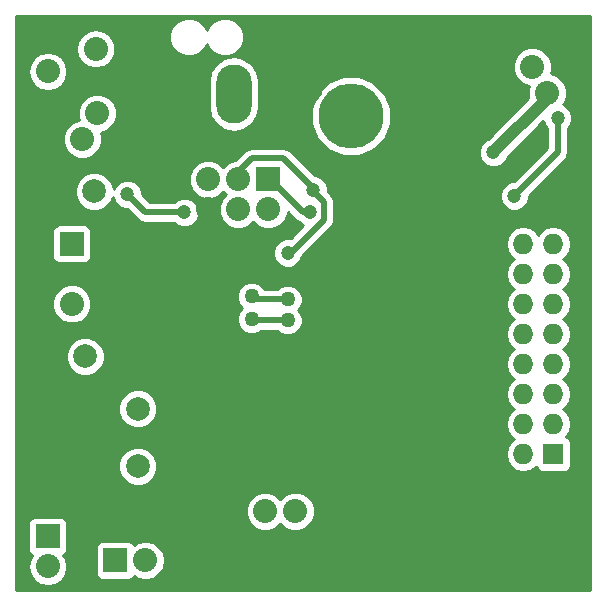
<source format=gbl>
%FSLAX46Y46*%
G04 Gerber Fmt 4.6, Leading zero omitted, Abs format (unit mm)*
G04 Created by KiCad (PCBNEW (2014-jan-25)-product) date Mon 28 Jul 2014 13:43:58 BST*
%MOMM*%
G01*
G04 APERTURE LIST*
%ADD10C,0.100000*%
%ADD11R,2.032000X2.032000*%
%ADD12C,2.032000*%
%ADD13C,2.000000*%
%ADD14C,5.500000*%
%ADD15C,5.000000*%
%ADD16R,3.000000X5.000000*%
%ADD17O,3.000000X5.000000*%
%ADD18O,2.032000X2.032000*%
%ADD19R,1.727200X1.727200*%
%ADD20O,1.727200X1.727200*%
%ADD21C,1.200000*%
%ADD22C,1.500000*%
%ADD23C,1.260000*%
%ADD24C,0.500000*%
%ADD25C,1.000000*%
%ADD26C,0.254000*%
G04 APERTURE END LIST*
D10*
D11*
X122047000Y-114554000D03*
D12*
X122047000Y-117094000D03*
X119507000Y-114554000D03*
X119507000Y-117094000D03*
X116967000Y-114554000D03*
X116967000Y-117094000D03*
X105410000Y-125095000D03*
X105410000Y-122555000D03*
D11*
X105410000Y-120015000D03*
D13*
X110998000Y-133957060D03*
X110998000Y-138838940D03*
D11*
X119244000Y-142644000D03*
D12*
X121784000Y-142644000D03*
X124324000Y-142644000D03*
D10*
G36*
X141732118Y-102428413D02*
X143491882Y-101412413D01*
X144507882Y-103172177D01*
X142748118Y-104188177D01*
X141732118Y-102428413D01*
X141732118Y-102428413D01*
G37*
D12*
X144390000Y-105000000D03*
X145660000Y-107199705D03*
D10*
G36*
X105391882Y-114735587D02*
X103632118Y-113719587D01*
X104648118Y-111959823D01*
X106407882Y-112975823D01*
X105391882Y-114735587D01*
X105391882Y-114735587D01*
G37*
D12*
X106290000Y-111148000D03*
X107560000Y-108948295D03*
D14*
X129032000Y-109197140D03*
D15*
X129032000Y-103197660D03*
X124333000Y-106197400D03*
D16*
X114681000Y-107315000D03*
D17*
X119126000Y-107315000D03*
D11*
X103378000Y-102870000D03*
D18*
X103378000Y-105410000D03*
D11*
X109982000Y-103505000D03*
D18*
X107442000Y-103505000D03*
D11*
X103378000Y-144780000D03*
D18*
X103378000Y-147320000D03*
D11*
X109093000Y-146812000D03*
D18*
X111633000Y-146812000D03*
D19*
X146177000Y-137795000D03*
D20*
X143637000Y-137795000D03*
X146177000Y-135255000D03*
X143637000Y-135255000D03*
X146177000Y-132715000D03*
X143637000Y-132715000D03*
X146177000Y-130175000D03*
X143637000Y-130175000D03*
X146177000Y-127635000D03*
X143637000Y-127635000D03*
X146177000Y-125095000D03*
X143637000Y-125095000D03*
X146177000Y-122555000D03*
X143637000Y-122555000D03*
X146177000Y-120015000D03*
X143637000Y-120015000D03*
D13*
X107315000Y-115570000D03*
X106553000Y-129540000D03*
D21*
X147828000Y-148209000D03*
X148564600Y-140055600D03*
X112649000Y-136906000D03*
D22*
X117729000Y-132334000D03*
X137922000Y-137795000D03*
D21*
X130683000Y-114173000D03*
X130683000Y-124333000D03*
X130810000Y-129413000D03*
X130683000Y-134620000D03*
X130810000Y-139700000D03*
X130556000Y-144780000D03*
D22*
X140081000Y-146939000D03*
X143891000Y-144399000D03*
X139827000Y-142113000D03*
X139700000Y-131826000D03*
X139700000Y-126746000D03*
X139700000Y-121539000D03*
X139827000Y-116459000D03*
D21*
X130937000Y-120015000D03*
D22*
X101981000Y-141986000D03*
X104521000Y-133477000D03*
D23*
X127381000Y-120650000D03*
D22*
X109982000Y-142875000D03*
D21*
X141097000Y-112268000D03*
D23*
X120650000Y-124460000D03*
X123698000Y-124714000D03*
D21*
X125857000Y-115443000D03*
X123698000Y-120777000D03*
X125603000Y-117348000D03*
X146558000Y-109347000D03*
X142875000Y-115951000D03*
D23*
X123698000Y-126492000D03*
X120650000Y-126365000D03*
D21*
X114935000Y-117348000D03*
X110109000Y-115824000D03*
D24*
X147828000Y-148209000D02*
X148183600Y-140436600D01*
X148183600Y-140436600D02*
X148564600Y-140055600D01*
D25*
X141097000Y-112268000D02*
X145660000Y-107705000D01*
X145660000Y-107705000D02*
X145660000Y-107199705D01*
X145660000Y-107578000D02*
X145660000Y-107199705D01*
X145660000Y-107578000D02*
X145660000Y-107199705D01*
X107560000Y-108948295D02*
X107967705Y-108948295D01*
D24*
X120904000Y-124714000D02*
X120650000Y-124460000D01*
X123698000Y-124714000D02*
X120904000Y-124714000D01*
X125857000Y-115316000D02*
X125857000Y-115443000D01*
X123317000Y-112776000D02*
X125857000Y-115316000D01*
X120650000Y-112776000D02*
X123317000Y-112776000D01*
X119507000Y-113919000D02*
X120650000Y-112776000D01*
X119507000Y-114554000D02*
X119507000Y-113919000D01*
X125857000Y-115570000D02*
X126746000Y-116459000D01*
X126746000Y-116459000D02*
X126746000Y-117983000D01*
X126746000Y-117983000D02*
X123952000Y-120777000D01*
X123952000Y-120777000D02*
X123698000Y-120777000D01*
X125857000Y-115443000D02*
X125857000Y-115570000D01*
X124968000Y-117348000D02*
X125603000Y-117348000D01*
X122174000Y-114554000D02*
X124968000Y-117348000D01*
X122047000Y-114554000D02*
X122174000Y-114554000D01*
X146558000Y-112268000D02*
X146558000Y-109347000D01*
X142875000Y-115951000D02*
X146558000Y-112268000D01*
X106290000Y-111148000D02*
X106290000Y-111243000D01*
X120777000Y-126492000D02*
X123698000Y-126492000D01*
X120650000Y-126365000D02*
X120777000Y-126492000D01*
X111633000Y-117348000D02*
X114935000Y-117348000D01*
X110109000Y-115824000D02*
X111633000Y-117348000D01*
D26*
G36*
X149315000Y-149315000D02*
X147793214Y-149315000D01*
X147793214Y-109102421D01*
X147605592Y-108648343D01*
X147258485Y-108300629D01*
X147001115Y-108193759D01*
X147058834Y-108136142D01*
X147310713Y-107529550D01*
X147311286Y-106872742D01*
X147060466Y-106265710D01*
X146596437Y-105800871D01*
X145989845Y-105548992D01*
X145949729Y-105548957D01*
X146040713Y-105329845D01*
X146041286Y-104673037D01*
X145790466Y-104066005D01*
X145326437Y-103601166D01*
X144719845Y-103349287D01*
X144063037Y-103348714D01*
X143456005Y-103599534D01*
X142991166Y-104063563D01*
X142739287Y-104670155D01*
X142738714Y-105326963D01*
X142989534Y-105933995D01*
X143453563Y-106398834D01*
X144060155Y-106650713D01*
X144100270Y-106650747D01*
X144009287Y-106869860D01*
X144008714Y-107526668D01*
X144074349Y-107685517D01*
X140638825Y-111121042D01*
X140398343Y-111220408D01*
X140050629Y-111567515D01*
X139862215Y-112021266D01*
X139861786Y-112512579D01*
X140049408Y-112966657D01*
X140396515Y-113314371D01*
X140850266Y-113502785D01*
X141341579Y-113503214D01*
X141795657Y-113315592D01*
X142143371Y-112968485D01*
X142244008Y-112726123D01*
X145339091Y-109631041D01*
X145510408Y-110045657D01*
X145673000Y-110208533D01*
X145673000Y-111901420D01*
X142858435Y-114715985D01*
X142630421Y-114715786D01*
X142176343Y-114903408D01*
X141828629Y-115250515D01*
X141640215Y-115704266D01*
X141639786Y-116195579D01*
X141827408Y-116649657D01*
X142174515Y-116997371D01*
X142628266Y-117185785D01*
X143119579Y-117186214D01*
X143573657Y-116998592D01*
X143921371Y-116651485D01*
X144109785Y-116197734D01*
X144109985Y-115967593D01*
X147183786Y-112893792D01*
X147183790Y-112893790D01*
X147183790Y-112893789D01*
X147311975Y-112701946D01*
X147375633Y-112606675D01*
X147375634Y-112606674D01*
X147443000Y-112268000D01*
X147443001Y-112268000D01*
X147443000Y-112267994D01*
X147443000Y-110208574D01*
X147604371Y-110047485D01*
X147792785Y-109593734D01*
X147793214Y-109102421D01*
X147793214Y-149315000D01*
X147675600Y-149315000D01*
X147675600Y-138784910D01*
X147675600Y-138532291D01*
X147675600Y-136805091D01*
X147578927Y-136571702D01*
X147400299Y-136393073D01*
X147246473Y-136329356D01*
X147561526Y-135857848D01*
X147675600Y-135284359D01*
X147675600Y-135225641D01*
X147561526Y-134652152D01*
X147236670Y-134165971D01*
X146965827Y-133985000D01*
X147236670Y-133804029D01*
X147561526Y-133317848D01*
X147675600Y-132744359D01*
X147675600Y-132685641D01*
X147561526Y-132112152D01*
X147236670Y-131625971D01*
X146965827Y-131445000D01*
X147236670Y-131264029D01*
X147561526Y-130777848D01*
X147675600Y-130204359D01*
X147675600Y-130145641D01*
X147561526Y-129572152D01*
X147236670Y-129085971D01*
X146965827Y-128905000D01*
X147236670Y-128724029D01*
X147561526Y-128237848D01*
X147675600Y-127664359D01*
X147675600Y-127605641D01*
X147561526Y-127032152D01*
X147236670Y-126545971D01*
X146965827Y-126365000D01*
X147236670Y-126184029D01*
X147561526Y-125697848D01*
X147675600Y-125124359D01*
X147675600Y-125065641D01*
X147561526Y-124492152D01*
X147236670Y-124005971D01*
X146965827Y-123825000D01*
X147236670Y-123644029D01*
X147561526Y-123157848D01*
X147675600Y-122584359D01*
X147675600Y-122525641D01*
X147561526Y-121952152D01*
X147236670Y-121465971D01*
X146965827Y-121285000D01*
X147236670Y-121104029D01*
X147561526Y-120617848D01*
X147675600Y-120044359D01*
X147675600Y-119985641D01*
X147561526Y-119412152D01*
X147236670Y-118925971D01*
X146750489Y-118601115D01*
X146177000Y-118487041D01*
X145603511Y-118601115D01*
X145117330Y-118925971D01*
X144907000Y-119240751D01*
X144696670Y-118925971D01*
X144210489Y-118601115D01*
X143637000Y-118487041D01*
X143063511Y-118601115D01*
X142577330Y-118925971D01*
X142252474Y-119412152D01*
X142138400Y-119985641D01*
X142138400Y-120044359D01*
X142252474Y-120617848D01*
X142577330Y-121104029D01*
X142848172Y-121285000D01*
X142577330Y-121465971D01*
X142252474Y-121952152D01*
X142138400Y-122525641D01*
X142138400Y-122584359D01*
X142252474Y-123157848D01*
X142577330Y-123644029D01*
X142848172Y-123825000D01*
X142577330Y-124005971D01*
X142252474Y-124492152D01*
X142138400Y-125065641D01*
X142138400Y-125124359D01*
X142252474Y-125697848D01*
X142577330Y-126184029D01*
X142848172Y-126365000D01*
X142577330Y-126545971D01*
X142252474Y-127032152D01*
X142138400Y-127605641D01*
X142138400Y-127664359D01*
X142252474Y-128237848D01*
X142577330Y-128724029D01*
X142848172Y-128905000D01*
X142577330Y-129085971D01*
X142252474Y-129572152D01*
X142138400Y-130145641D01*
X142138400Y-130204359D01*
X142252474Y-130777848D01*
X142577330Y-131264029D01*
X142848172Y-131445000D01*
X142577330Y-131625971D01*
X142252474Y-132112152D01*
X142138400Y-132685641D01*
X142138400Y-132744359D01*
X142252474Y-133317848D01*
X142577330Y-133804029D01*
X142848172Y-133985000D01*
X142577330Y-134165971D01*
X142252474Y-134652152D01*
X142138400Y-135225641D01*
X142138400Y-135284359D01*
X142252474Y-135857848D01*
X142577330Y-136344029D01*
X142848172Y-136525000D01*
X142577330Y-136705971D01*
X142252474Y-137192152D01*
X142138400Y-137765641D01*
X142138400Y-137824359D01*
X142252474Y-138397848D01*
X142577330Y-138884029D01*
X143063511Y-139208885D01*
X143637000Y-139322959D01*
X144210489Y-139208885D01*
X144696670Y-138884029D01*
X144710736Y-138862976D01*
X144775073Y-139018298D01*
X144953701Y-139196927D01*
X145187090Y-139293600D01*
X145439709Y-139293600D01*
X147166909Y-139293600D01*
X147400298Y-139196927D01*
X147578927Y-139018299D01*
X147675600Y-138784910D01*
X147675600Y-149315000D01*
X132417586Y-149315000D01*
X132417586Y-108526776D01*
X131903337Y-107282197D01*
X130951952Y-106329150D01*
X129708272Y-105812729D01*
X128361636Y-105811554D01*
X127117057Y-106325803D01*
X126164010Y-107277188D01*
X125647589Y-108520868D01*
X125646414Y-109867504D01*
X126160663Y-111112083D01*
X127112048Y-112065130D01*
X128355728Y-112581551D01*
X129702364Y-112582726D01*
X130946943Y-112068477D01*
X131899990Y-111117092D01*
X132416411Y-109873412D01*
X132417586Y-108526776D01*
X132417586Y-149315000D01*
X127631001Y-149315000D01*
X127631001Y-117983000D01*
X127631000Y-117982994D01*
X127631000Y-116459005D01*
X127631000Y-116459000D01*
X127631001Y-116459000D01*
X127574810Y-116176515D01*
X127563633Y-116120326D01*
X127563633Y-116120325D01*
X127371790Y-115833211D01*
X127371790Y-115833210D01*
X127371786Y-115833207D01*
X127091904Y-115553324D01*
X127092214Y-115198421D01*
X126904592Y-114744343D01*
X126557485Y-114396629D01*
X126103734Y-114208215D01*
X126000704Y-114208125D01*
X123942790Y-112150210D01*
X123655675Y-111958367D01*
X123599484Y-111947189D01*
X123317000Y-111890999D01*
X123316994Y-111891000D01*
X121261000Y-111891000D01*
X121261000Y-108376418D01*
X121261000Y-106253582D01*
X121098483Y-105436553D01*
X120635673Y-104743909D01*
X119999284Y-104318687D01*
X119999284Y-102165205D01*
X119750894Y-101564057D01*
X119291363Y-101103722D01*
X118690648Y-100854284D01*
X118040205Y-100853716D01*
X117439057Y-101102106D01*
X116978722Y-101561637D01*
X116839966Y-101895797D01*
X116702894Y-101564057D01*
X116243363Y-101103722D01*
X115642648Y-100854284D01*
X114992205Y-100853716D01*
X114391057Y-101102106D01*
X113930722Y-101561637D01*
X113681284Y-102162352D01*
X113680716Y-102812795D01*
X113929106Y-103413943D01*
X114388637Y-103874278D01*
X114989352Y-104123716D01*
X115639795Y-104124284D01*
X116240943Y-103875894D01*
X116701278Y-103416363D01*
X116840033Y-103082202D01*
X116977106Y-103413943D01*
X117436637Y-103874278D01*
X118037352Y-104123716D01*
X118687795Y-104124284D01*
X119288943Y-103875894D01*
X119749278Y-103416363D01*
X119998716Y-102815648D01*
X119999284Y-102165205D01*
X119999284Y-104318687D01*
X119943029Y-104281099D01*
X119126000Y-104118582D01*
X118308971Y-104281099D01*
X117616327Y-104743909D01*
X117153517Y-105436553D01*
X116991000Y-106253582D01*
X116991000Y-108376418D01*
X117153517Y-109193447D01*
X117616327Y-109886091D01*
X118308971Y-110348901D01*
X119126000Y-110511418D01*
X119943029Y-110348901D01*
X120635673Y-109886091D01*
X121098483Y-109193447D01*
X121261000Y-108376418D01*
X121261000Y-111891000D01*
X120650005Y-111891000D01*
X120650000Y-111890999D01*
X120311325Y-111958367D01*
X120024210Y-112150210D01*
X120024207Y-112150213D01*
X119271626Y-112902793D01*
X119180037Y-112902714D01*
X118573005Y-113153534D01*
X118236821Y-113489132D01*
X117903437Y-113155166D01*
X117296845Y-112903287D01*
X116640037Y-112902714D01*
X116033005Y-113153534D01*
X115568166Y-113617563D01*
X115316287Y-114224155D01*
X115315714Y-114880963D01*
X115566534Y-115487995D01*
X116030563Y-115952834D01*
X116637155Y-116204713D01*
X117293963Y-116205286D01*
X117900995Y-115954466D01*
X118237178Y-115618867D01*
X118442132Y-115824178D01*
X118108166Y-116157563D01*
X117856287Y-116764155D01*
X117855714Y-117420963D01*
X118106534Y-118027995D01*
X118570563Y-118492834D01*
X119177155Y-118744713D01*
X119833963Y-118745286D01*
X120440995Y-118494466D01*
X120777178Y-118158867D01*
X121110563Y-118492834D01*
X121717155Y-118744713D01*
X122373963Y-118745286D01*
X122980995Y-118494466D01*
X123445834Y-118030437D01*
X123697713Y-117423845D01*
X123697795Y-117329374D01*
X124342207Y-117973786D01*
X124342210Y-117973790D01*
X124342211Y-117973790D01*
X124629325Y-118165633D01*
X124629326Y-118165633D01*
X124685288Y-118176764D01*
X124902515Y-118394371D01*
X125030079Y-118447340D01*
X123935213Y-119542206D01*
X123453421Y-119541786D01*
X122999343Y-119729408D01*
X122651629Y-120076515D01*
X122463215Y-120530266D01*
X122462786Y-121021579D01*
X122650408Y-121475657D01*
X122997515Y-121823371D01*
X123451266Y-122011785D01*
X123942579Y-122012214D01*
X124396657Y-121824592D01*
X124744371Y-121477485D01*
X124915699Y-121064880D01*
X127371786Y-118608792D01*
X127371790Y-118608790D01*
X127371790Y-118608789D01*
X127563633Y-118321675D01*
X127563633Y-118321674D01*
X127574810Y-118265484D01*
X127631000Y-117983000D01*
X127631001Y-117983000D01*
X127631001Y-149315000D01*
X125975286Y-149315000D01*
X125975286Y-142317037D01*
X125724466Y-141710005D01*
X125260437Y-141245166D01*
X124963219Y-141121750D01*
X124963219Y-126241480D01*
X124771040Y-125776371D01*
X124597981Y-125603009D01*
X124769790Y-125431501D01*
X124962780Y-124966728D01*
X124963219Y-124463480D01*
X124771040Y-123998371D01*
X124415501Y-123642210D01*
X123950728Y-123449220D01*
X123447480Y-123448781D01*
X122982371Y-123640960D01*
X122794002Y-123829000D01*
X121758007Y-123829000D01*
X121723040Y-123744371D01*
X121367501Y-123388210D01*
X120902728Y-123195220D01*
X120399480Y-123194781D01*
X119934371Y-123386960D01*
X119578210Y-123742499D01*
X119385220Y-124207272D01*
X119384781Y-124710520D01*
X119576960Y-125175629D01*
X119813518Y-125412601D01*
X119578210Y-125647499D01*
X119385220Y-126112272D01*
X119384781Y-126615520D01*
X119576960Y-127080629D01*
X119932499Y-127436790D01*
X120397272Y-127629780D01*
X120900520Y-127630219D01*
X121365629Y-127438040D01*
X121426775Y-127377000D01*
X122794035Y-127377000D01*
X122980499Y-127563790D01*
X123445272Y-127756780D01*
X123948520Y-127757219D01*
X124413629Y-127565040D01*
X124769790Y-127209501D01*
X124962780Y-126744728D01*
X124963219Y-126241480D01*
X124963219Y-141121750D01*
X124653845Y-140993287D01*
X123997037Y-140992714D01*
X123390005Y-141243534D01*
X123053821Y-141579132D01*
X122720437Y-141245166D01*
X122113845Y-140993287D01*
X121457037Y-140992714D01*
X120850005Y-141243534D01*
X120385166Y-141707563D01*
X120133287Y-142314155D01*
X120132714Y-142970963D01*
X120383534Y-143577995D01*
X120847563Y-144042834D01*
X121454155Y-144294713D01*
X122110963Y-144295286D01*
X122717995Y-144044466D01*
X123054178Y-143708867D01*
X123387563Y-144042834D01*
X123994155Y-144294713D01*
X124650963Y-144295286D01*
X125257995Y-144044466D01*
X125722834Y-143580437D01*
X125974713Y-142973845D01*
X125975286Y-142317037D01*
X125975286Y-149315000D01*
X116170214Y-149315000D01*
X116170214Y-117103421D01*
X115982592Y-116649343D01*
X115635485Y-116301629D01*
X115181734Y-116113215D01*
X114690421Y-116112786D01*
X114236343Y-116300408D01*
X114073466Y-116463000D01*
X111999579Y-116463000D01*
X111344014Y-115807435D01*
X111344214Y-115579421D01*
X111156592Y-115125343D01*
X110809485Y-114777629D01*
X110355734Y-114589215D01*
X109864421Y-114588786D01*
X109410343Y-114776408D01*
X109211286Y-114975117D01*
X109211286Y-108621332D01*
X109125345Y-108413338D01*
X109125345Y-103505000D01*
X108999670Y-102873190D01*
X108641778Y-102337567D01*
X108106155Y-101979675D01*
X107474345Y-101854000D01*
X107409655Y-101854000D01*
X106777845Y-101979675D01*
X106242222Y-102337567D01*
X105884330Y-102873190D01*
X105758655Y-103505000D01*
X105884330Y-104136810D01*
X106242222Y-104672433D01*
X106777845Y-105030325D01*
X107409655Y-105156000D01*
X107474345Y-105156000D01*
X108106155Y-105030325D01*
X108641778Y-104672433D01*
X108999670Y-104136810D01*
X109125345Y-103505000D01*
X109125345Y-108413338D01*
X108960466Y-108014300D01*
X108496437Y-107549461D01*
X107889845Y-107297582D01*
X107233037Y-107297009D01*
X106626005Y-107547829D01*
X106161166Y-108011858D01*
X105909287Y-108618450D01*
X105908714Y-109275258D01*
X106000230Y-109496746D01*
X105963037Y-109496714D01*
X105356005Y-109747534D01*
X105029000Y-110073969D01*
X105029000Y-105442345D01*
X105029000Y-105377655D01*
X104903325Y-104745845D01*
X104545433Y-104210222D01*
X104009810Y-103852330D01*
X103378000Y-103726655D01*
X102746190Y-103852330D01*
X102210567Y-104210222D01*
X101852675Y-104745845D01*
X101727000Y-105377655D01*
X101727000Y-105442345D01*
X101852675Y-106074155D01*
X102210567Y-106609778D01*
X102746190Y-106967670D01*
X103378000Y-107093345D01*
X104009810Y-106967670D01*
X104545433Y-106609778D01*
X104903325Y-106074155D01*
X105029000Y-105442345D01*
X105029000Y-110073969D01*
X104891166Y-110211563D01*
X104639287Y-110818155D01*
X104638714Y-111474963D01*
X104889534Y-112081995D01*
X105353563Y-112546834D01*
X105960155Y-112798713D01*
X106616963Y-112799286D01*
X107223995Y-112548466D01*
X107688834Y-112084437D01*
X107940713Y-111477845D01*
X107941286Y-110821037D01*
X107849769Y-110599548D01*
X107886963Y-110599581D01*
X108493995Y-110348761D01*
X108958834Y-109884732D01*
X109210713Y-109278140D01*
X109211286Y-108621332D01*
X109211286Y-114975117D01*
X109062629Y-115123515D01*
X108950154Y-115394383D01*
X108950284Y-115246205D01*
X108701894Y-114645057D01*
X108242363Y-114184722D01*
X107641648Y-113935284D01*
X106991205Y-113934716D01*
X106390057Y-114183106D01*
X105929722Y-114642637D01*
X105680284Y-115243352D01*
X105679716Y-115893795D01*
X105928106Y-116494943D01*
X106387637Y-116955278D01*
X106988352Y-117204716D01*
X107638795Y-117205284D01*
X108239943Y-116956894D01*
X108700278Y-116497363D01*
X108876049Y-116074057D01*
X109061408Y-116522657D01*
X109408515Y-116870371D01*
X109862266Y-117058785D01*
X110092406Y-117058985D01*
X111007207Y-117973786D01*
X111007210Y-117973790D01*
X111294325Y-118165633D01*
X111633000Y-118233000D01*
X114073425Y-118233000D01*
X114234515Y-118394371D01*
X114688266Y-118582785D01*
X115179579Y-118583214D01*
X115633657Y-118395592D01*
X115981371Y-118048485D01*
X116169785Y-117594734D01*
X116170214Y-117103421D01*
X116170214Y-149315000D01*
X113316345Y-149315000D01*
X113316345Y-146812000D01*
X113190670Y-146180190D01*
X112832778Y-145644567D01*
X112633284Y-145511269D01*
X112633284Y-138515145D01*
X112633284Y-133633265D01*
X112384894Y-133032117D01*
X111925363Y-132571782D01*
X111324648Y-132322344D01*
X110674205Y-132321776D01*
X110073057Y-132570166D01*
X109612722Y-133029697D01*
X109363284Y-133630412D01*
X109362716Y-134280855D01*
X109611106Y-134882003D01*
X110070637Y-135342338D01*
X110671352Y-135591776D01*
X111321795Y-135592344D01*
X111922943Y-135343954D01*
X112383278Y-134884423D01*
X112632716Y-134283708D01*
X112633284Y-133633265D01*
X112633284Y-138515145D01*
X112384894Y-137913997D01*
X111925363Y-137453662D01*
X111324648Y-137204224D01*
X110674205Y-137203656D01*
X110073057Y-137452046D01*
X109612722Y-137911577D01*
X109363284Y-138512292D01*
X109362716Y-139162735D01*
X109611106Y-139763883D01*
X110070637Y-140224218D01*
X110671352Y-140473656D01*
X111321795Y-140474224D01*
X111922943Y-140225834D01*
X112383278Y-139766303D01*
X112632716Y-139165588D01*
X112633284Y-138515145D01*
X112633284Y-145511269D01*
X112297155Y-145286675D01*
X111665345Y-145161000D01*
X111600655Y-145161000D01*
X110968845Y-145286675D01*
X110668480Y-145487371D01*
X110647327Y-145436302D01*
X110468699Y-145257673D01*
X110235310Y-145161000D01*
X109982691Y-145161000D01*
X108188284Y-145161000D01*
X108188284Y-129216205D01*
X107939894Y-128615057D01*
X107480363Y-128154722D01*
X107061286Y-127980706D01*
X107061286Y-124768037D01*
X107061000Y-124767344D01*
X107061000Y-121157310D01*
X107061000Y-120904691D01*
X107061000Y-118872691D01*
X106964327Y-118639302D01*
X106785699Y-118460673D01*
X106552310Y-118364000D01*
X106299691Y-118364000D01*
X104267691Y-118364000D01*
X104034302Y-118460673D01*
X103855673Y-118639301D01*
X103759000Y-118872690D01*
X103759000Y-119125309D01*
X103759000Y-121157309D01*
X103855673Y-121390698D01*
X104034301Y-121569327D01*
X104267690Y-121666000D01*
X104520309Y-121666000D01*
X106552309Y-121666000D01*
X106785698Y-121569327D01*
X106964327Y-121390699D01*
X107061000Y-121157310D01*
X107061000Y-124767344D01*
X106810466Y-124161005D01*
X106346437Y-123696166D01*
X105739845Y-123444287D01*
X105083037Y-123443714D01*
X104476005Y-123694534D01*
X104011166Y-124158563D01*
X103759287Y-124765155D01*
X103758714Y-125421963D01*
X104009534Y-126028995D01*
X104473563Y-126493834D01*
X105080155Y-126745713D01*
X105736963Y-126746286D01*
X106343995Y-126495466D01*
X106808834Y-126031437D01*
X107060713Y-125424845D01*
X107061286Y-124768037D01*
X107061286Y-127980706D01*
X106879648Y-127905284D01*
X106229205Y-127904716D01*
X105628057Y-128153106D01*
X105167722Y-128612637D01*
X104918284Y-129213352D01*
X104917716Y-129863795D01*
X105166106Y-130464943D01*
X105625637Y-130925278D01*
X106226352Y-131174716D01*
X106876795Y-131175284D01*
X107477943Y-130926894D01*
X107938278Y-130467363D01*
X108187716Y-129866648D01*
X108188284Y-129216205D01*
X108188284Y-145161000D01*
X107950691Y-145161000D01*
X107717302Y-145257673D01*
X107538673Y-145436301D01*
X107442000Y-145669690D01*
X107442000Y-145922309D01*
X107442000Y-147954309D01*
X107538673Y-148187698D01*
X107717301Y-148366327D01*
X107950690Y-148463000D01*
X108203309Y-148463000D01*
X110235309Y-148463000D01*
X110468698Y-148366327D01*
X110647327Y-148187699D01*
X110668481Y-148136628D01*
X110968845Y-148337325D01*
X111600655Y-148463000D01*
X111665345Y-148463000D01*
X112297155Y-148337325D01*
X112832778Y-147979433D01*
X113190670Y-147443810D01*
X113316345Y-146812000D01*
X113316345Y-149315000D01*
X105029000Y-149315000D01*
X105029000Y-147352345D01*
X105029000Y-147287655D01*
X104903325Y-146655845D01*
X104702628Y-146355480D01*
X104753698Y-146334327D01*
X104932327Y-146155699D01*
X105029000Y-145922310D01*
X105029000Y-145669691D01*
X105029000Y-143637691D01*
X104932327Y-143404302D01*
X104753699Y-143225673D01*
X104520310Y-143129000D01*
X104267691Y-143129000D01*
X102235691Y-143129000D01*
X102002302Y-143225673D01*
X101823673Y-143404301D01*
X101727000Y-143637690D01*
X101727000Y-143890309D01*
X101727000Y-145922309D01*
X101823673Y-146155698D01*
X102002301Y-146334327D01*
X102053371Y-146355481D01*
X101852675Y-146655845D01*
X101727000Y-147287655D01*
X101727000Y-147352345D01*
X101852675Y-147984155D01*
X102210567Y-148519778D01*
X102746190Y-148877670D01*
X103378000Y-149003345D01*
X104009810Y-148877670D01*
X104545433Y-148519778D01*
X104903325Y-147984155D01*
X105029000Y-147352345D01*
X105029000Y-149315000D01*
X100685000Y-149315000D01*
X100685000Y-100685000D01*
X149315000Y-100685000D01*
X149315000Y-149315000D01*
X149315000Y-149315000D01*
G37*
X149315000Y-149315000D02*
X147793214Y-149315000D01*
X147793214Y-109102421D01*
X147605592Y-108648343D01*
X147258485Y-108300629D01*
X147001115Y-108193759D01*
X147058834Y-108136142D01*
X147310713Y-107529550D01*
X147311286Y-106872742D01*
X147060466Y-106265710D01*
X146596437Y-105800871D01*
X145989845Y-105548992D01*
X145949729Y-105548957D01*
X146040713Y-105329845D01*
X146041286Y-104673037D01*
X145790466Y-104066005D01*
X145326437Y-103601166D01*
X144719845Y-103349287D01*
X144063037Y-103348714D01*
X143456005Y-103599534D01*
X142991166Y-104063563D01*
X142739287Y-104670155D01*
X142738714Y-105326963D01*
X142989534Y-105933995D01*
X143453563Y-106398834D01*
X144060155Y-106650713D01*
X144100270Y-106650747D01*
X144009287Y-106869860D01*
X144008714Y-107526668D01*
X144074349Y-107685517D01*
X140638825Y-111121042D01*
X140398343Y-111220408D01*
X140050629Y-111567515D01*
X139862215Y-112021266D01*
X139861786Y-112512579D01*
X140049408Y-112966657D01*
X140396515Y-113314371D01*
X140850266Y-113502785D01*
X141341579Y-113503214D01*
X141795657Y-113315592D01*
X142143371Y-112968485D01*
X142244008Y-112726123D01*
X145339091Y-109631041D01*
X145510408Y-110045657D01*
X145673000Y-110208533D01*
X145673000Y-111901420D01*
X142858435Y-114715985D01*
X142630421Y-114715786D01*
X142176343Y-114903408D01*
X141828629Y-115250515D01*
X141640215Y-115704266D01*
X141639786Y-116195579D01*
X141827408Y-116649657D01*
X142174515Y-116997371D01*
X142628266Y-117185785D01*
X143119579Y-117186214D01*
X143573657Y-116998592D01*
X143921371Y-116651485D01*
X144109785Y-116197734D01*
X144109985Y-115967593D01*
X147183786Y-112893792D01*
X147183790Y-112893790D01*
X147183790Y-112893789D01*
X147311975Y-112701946D01*
X147375633Y-112606675D01*
X147375634Y-112606674D01*
X147443000Y-112268000D01*
X147443001Y-112268000D01*
X147443000Y-112267994D01*
X147443000Y-110208574D01*
X147604371Y-110047485D01*
X147792785Y-109593734D01*
X147793214Y-109102421D01*
X147793214Y-149315000D01*
X147675600Y-149315000D01*
X147675600Y-138784910D01*
X147675600Y-138532291D01*
X147675600Y-136805091D01*
X147578927Y-136571702D01*
X147400299Y-136393073D01*
X147246473Y-136329356D01*
X147561526Y-135857848D01*
X147675600Y-135284359D01*
X147675600Y-135225641D01*
X147561526Y-134652152D01*
X147236670Y-134165971D01*
X146965827Y-133985000D01*
X147236670Y-133804029D01*
X147561526Y-133317848D01*
X147675600Y-132744359D01*
X147675600Y-132685641D01*
X147561526Y-132112152D01*
X147236670Y-131625971D01*
X146965827Y-131445000D01*
X147236670Y-131264029D01*
X147561526Y-130777848D01*
X147675600Y-130204359D01*
X147675600Y-130145641D01*
X147561526Y-129572152D01*
X147236670Y-129085971D01*
X146965827Y-128905000D01*
X147236670Y-128724029D01*
X147561526Y-128237848D01*
X147675600Y-127664359D01*
X147675600Y-127605641D01*
X147561526Y-127032152D01*
X147236670Y-126545971D01*
X146965827Y-126365000D01*
X147236670Y-126184029D01*
X147561526Y-125697848D01*
X147675600Y-125124359D01*
X147675600Y-125065641D01*
X147561526Y-124492152D01*
X147236670Y-124005971D01*
X146965827Y-123825000D01*
X147236670Y-123644029D01*
X147561526Y-123157848D01*
X147675600Y-122584359D01*
X147675600Y-122525641D01*
X147561526Y-121952152D01*
X147236670Y-121465971D01*
X146965827Y-121285000D01*
X147236670Y-121104029D01*
X147561526Y-120617848D01*
X147675600Y-120044359D01*
X147675600Y-119985641D01*
X147561526Y-119412152D01*
X147236670Y-118925971D01*
X146750489Y-118601115D01*
X146177000Y-118487041D01*
X145603511Y-118601115D01*
X145117330Y-118925971D01*
X144907000Y-119240751D01*
X144696670Y-118925971D01*
X144210489Y-118601115D01*
X143637000Y-118487041D01*
X143063511Y-118601115D01*
X142577330Y-118925971D01*
X142252474Y-119412152D01*
X142138400Y-119985641D01*
X142138400Y-120044359D01*
X142252474Y-120617848D01*
X142577330Y-121104029D01*
X142848172Y-121285000D01*
X142577330Y-121465971D01*
X142252474Y-121952152D01*
X142138400Y-122525641D01*
X142138400Y-122584359D01*
X142252474Y-123157848D01*
X142577330Y-123644029D01*
X142848172Y-123825000D01*
X142577330Y-124005971D01*
X142252474Y-124492152D01*
X142138400Y-125065641D01*
X142138400Y-125124359D01*
X142252474Y-125697848D01*
X142577330Y-126184029D01*
X142848172Y-126365000D01*
X142577330Y-126545971D01*
X142252474Y-127032152D01*
X142138400Y-127605641D01*
X142138400Y-127664359D01*
X142252474Y-128237848D01*
X142577330Y-128724029D01*
X142848172Y-128905000D01*
X142577330Y-129085971D01*
X142252474Y-129572152D01*
X142138400Y-130145641D01*
X142138400Y-130204359D01*
X142252474Y-130777848D01*
X142577330Y-131264029D01*
X142848172Y-131445000D01*
X142577330Y-131625971D01*
X142252474Y-132112152D01*
X142138400Y-132685641D01*
X142138400Y-132744359D01*
X142252474Y-133317848D01*
X142577330Y-133804029D01*
X142848172Y-133985000D01*
X142577330Y-134165971D01*
X142252474Y-134652152D01*
X142138400Y-135225641D01*
X142138400Y-135284359D01*
X142252474Y-135857848D01*
X142577330Y-136344029D01*
X142848172Y-136525000D01*
X142577330Y-136705971D01*
X142252474Y-137192152D01*
X142138400Y-137765641D01*
X142138400Y-137824359D01*
X142252474Y-138397848D01*
X142577330Y-138884029D01*
X143063511Y-139208885D01*
X143637000Y-139322959D01*
X144210489Y-139208885D01*
X144696670Y-138884029D01*
X144710736Y-138862976D01*
X144775073Y-139018298D01*
X144953701Y-139196927D01*
X145187090Y-139293600D01*
X145439709Y-139293600D01*
X147166909Y-139293600D01*
X147400298Y-139196927D01*
X147578927Y-139018299D01*
X147675600Y-138784910D01*
X147675600Y-149315000D01*
X132417586Y-149315000D01*
X132417586Y-108526776D01*
X131903337Y-107282197D01*
X130951952Y-106329150D01*
X129708272Y-105812729D01*
X128361636Y-105811554D01*
X127117057Y-106325803D01*
X126164010Y-107277188D01*
X125647589Y-108520868D01*
X125646414Y-109867504D01*
X126160663Y-111112083D01*
X127112048Y-112065130D01*
X128355728Y-112581551D01*
X129702364Y-112582726D01*
X130946943Y-112068477D01*
X131899990Y-111117092D01*
X132416411Y-109873412D01*
X132417586Y-108526776D01*
X132417586Y-149315000D01*
X127631001Y-149315000D01*
X127631001Y-117983000D01*
X127631000Y-117982994D01*
X127631000Y-116459005D01*
X127631000Y-116459000D01*
X127631001Y-116459000D01*
X127574810Y-116176515D01*
X127563633Y-116120326D01*
X127563633Y-116120325D01*
X127371790Y-115833211D01*
X127371790Y-115833210D01*
X127371786Y-115833207D01*
X127091904Y-115553324D01*
X127092214Y-115198421D01*
X126904592Y-114744343D01*
X126557485Y-114396629D01*
X126103734Y-114208215D01*
X126000704Y-114208125D01*
X123942790Y-112150210D01*
X123655675Y-111958367D01*
X123599484Y-111947189D01*
X123317000Y-111890999D01*
X123316994Y-111891000D01*
X121261000Y-111891000D01*
X121261000Y-108376418D01*
X121261000Y-106253582D01*
X121098483Y-105436553D01*
X120635673Y-104743909D01*
X119999284Y-104318687D01*
X119999284Y-102165205D01*
X119750894Y-101564057D01*
X119291363Y-101103722D01*
X118690648Y-100854284D01*
X118040205Y-100853716D01*
X117439057Y-101102106D01*
X116978722Y-101561637D01*
X116839966Y-101895797D01*
X116702894Y-101564057D01*
X116243363Y-101103722D01*
X115642648Y-100854284D01*
X114992205Y-100853716D01*
X114391057Y-101102106D01*
X113930722Y-101561637D01*
X113681284Y-102162352D01*
X113680716Y-102812795D01*
X113929106Y-103413943D01*
X114388637Y-103874278D01*
X114989352Y-104123716D01*
X115639795Y-104124284D01*
X116240943Y-103875894D01*
X116701278Y-103416363D01*
X116840033Y-103082202D01*
X116977106Y-103413943D01*
X117436637Y-103874278D01*
X118037352Y-104123716D01*
X118687795Y-104124284D01*
X119288943Y-103875894D01*
X119749278Y-103416363D01*
X119998716Y-102815648D01*
X119999284Y-102165205D01*
X119999284Y-104318687D01*
X119943029Y-104281099D01*
X119126000Y-104118582D01*
X118308971Y-104281099D01*
X117616327Y-104743909D01*
X117153517Y-105436553D01*
X116991000Y-106253582D01*
X116991000Y-108376418D01*
X117153517Y-109193447D01*
X117616327Y-109886091D01*
X118308971Y-110348901D01*
X119126000Y-110511418D01*
X119943029Y-110348901D01*
X120635673Y-109886091D01*
X121098483Y-109193447D01*
X121261000Y-108376418D01*
X121261000Y-111891000D01*
X120650005Y-111891000D01*
X120650000Y-111890999D01*
X120311325Y-111958367D01*
X120024210Y-112150210D01*
X120024207Y-112150213D01*
X119271626Y-112902793D01*
X119180037Y-112902714D01*
X118573005Y-113153534D01*
X118236821Y-113489132D01*
X117903437Y-113155166D01*
X117296845Y-112903287D01*
X116640037Y-112902714D01*
X116033005Y-113153534D01*
X115568166Y-113617563D01*
X115316287Y-114224155D01*
X115315714Y-114880963D01*
X115566534Y-115487995D01*
X116030563Y-115952834D01*
X116637155Y-116204713D01*
X117293963Y-116205286D01*
X117900995Y-115954466D01*
X118237178Y-115618867D01*
X118442132Y-115824178D01*
X118108166Y-116157563D01*
X117856287Y-116764155D01*
X117855714Y-117420963D01*
X118106534Y-118027995D01*
X118570563Y-118492834D01*
X119177155Y-118744713D01*
X119833963Y-118745286D01*
X120440995Y-118494466D01*
X120777178Y-118158867D01*
X121110563Y-118492834D01*
X121717155Y-118744713D01*
X122373963Y-118745286D01*
X122980995Y-118494466D01*
X123445834Y-118030437D01*
X123697713Y-117423845D01*
X123697795Y-117329374D01*
X124342207Y-117973786D01*
X124342210Y-117973790D01*
X124342211Y-117973790D01*
X124629325Y-118165633D01*
X124629326Y-118165633D01*
X124685288Y-118176764D01*
X124902515Y-118394371D01*
X125030079Y-118447340D01*
X123935213Y-119542206D01*
X123453421Y-119541786D01*
X122999343Y-119729408D01*
X122651629Y-120076515D01*
X122463215Y-120530266D01*
X122462786Y-121021579D01*
X122650408Y-121475657D01*
X122997515Y-121823371D01*
X123451266Y-122011785D01*
X123942579Y-122012214D01*
X124396657Y-121824592D01*
X124744371Y-121477485D01*
X124915699Y-121064880D01*
X127371786Y-118608792D01*
X127371790Y-118608790D01*
X127371790Y-118608789D01*
X127563633Y-118321675D01*
X127563633Y-118321674D01*
X127574810Y-118265484D01*
X127631000Y-117983000D01*
X127631001Y-117983000D01*
X127631001Y-149315000D01*
X125975286Y-149315000D01*
X125975286Y-142317037D01*
X125724466Y-141710005D01*
X125260437Y-141245166D01*
X124963219Y-141121750D01*
X124963219Y-126241480D01*
X124771040Y-125776371D01*
X124597981Y-125603009D01*
X124769790Y-125431501D01*
X124962780Y-124966728D01*
X124963219Y-124463480D01*
X124771040Y-123998371D01*
X124415501Y-123642210D01*
X123950728Y-123449220D01*
X123447480Y-123448781D01*
X122982371Y-123640960D01*
X122794002Y-123829000D01*
X121758007Y-123829000D01*
X121723040Y-123744371D01*
X121367501Y-123388210D01*
X120902728Y-123195220D01*
X120399480Y-123194781D01*
X119934371Y-123386960D01*
X119578210Y-123742499D01*
X119385220Y-124207272D01*
X119384781Y-124710520D01*
X119576960Y-125175629D01*
X119813518Y-125412601D01*
X119578210Y-125647499D01*
X119385220Y-126112272D01*
X119384781Y-126615520D01*
X119576960Y-127080629D01*
X119932499Y-127436790D01*
X120397272Y-127629780D01*
X120900520Y-127630219D01*
X121365629Y-127438040D01*
X121426775Y-127377000D01*
X122794035Y-127377000D01*
X122980499Y-127563790D01*
X123445272Y-127756780D01*
X123948520Y-127757219D01*
X124413629Y-127565040D01*
X124769790Y-127209501D01*
X124962780Y-126744728D01*
X124963219Y-126241480D01*
X124963219Y-141121750D01*
X124653845Y-140993287D01*
X123997037Y-140992714D01*
X123390005Y-141243534D01*
X123053821Y-141579132D01*
X122720437Y-141245166D01*
X122113845Y-140993287D01*
X121457037Y-140992714D01*
X120850005Y-141243534D01*
X120385166Y-141707563D01*
X120133287Y-142314155D01*
X120132714Y-142970963D01*
X120383534Y-143577995D01*
X120847563Y-144042834D01*
X121454155Y-144294713D01*
X122110963Y-144295286D01*
X122717995Y-144044466D01*
X123054178Y-143708867D01*
X123387563Y-144042834D01*
X123994155Y-144294713D01*
X124650963Y-144295286D01*
X125257995Y-144044466D01*
X125722834Y-143580437D01*
X125974713Y-142973845D01*
X125975286Y-142317037D01*
X125975286Y-149315000D01*
X116170214Y-149315000D01*
X116170214Y-117103421D01*
X115982592Y-116649343D01*
X115635485Y-116301629D01*
X115181734Y-116113215D01*
X114690421Y-116112786D01*
X114236343Y-116300408D01*
X114073466Y-116463000D01*
X111999579Y-116463000D01*
X111344014Y-115807435D01*
X111344214Y-115579421D01*
X111156592Y-115125343D01*
X110809485Y-114777629D01*
X110355734Y-114589215D01*
X109864421Y-114588786D01*
X109410343Y-114776408D01*
X109211286Y-114975117D01*
X109211286Y-108621332D01*
X109125345Y-108413338D01*
X109125345Y-103505000D01*
X108999670Y-102873190D01*
X108641778Y-102337567D01*
X108106155Y-101979675D01*
X107474345Y-101854000D01*
X107409655Y-101854000D01*
X106777845Y-101979675D01*
X106242222Y-102337567D01*
X105884330Y-102873190D01*
X105758655Y-103505000D01*
X105884330Y-104136810D01*
X106242222Y-104672433D01*
X106777845Y-105030325D01*
X107409655Y-105156000D01*
X107474345Y-105156000D01*
X108106155Y-105030325D01*
X108641778Y-104672433D01*
X108999670Y-104136810D01*
X109125345Y-103505000D01*
X109125345Y-108413338D01*
X108960466Y-108014300D01*
X108496437Y-107549461D01*
X107889845Y-107297582D01*
X107233037Y-107297009D01*
X106626005Y-107547829D01*
X106161166Y-108011858D01*
X105909287Y-108618450D01*
X105908714Y-109275258D01*
X106000230Y-109496746D01*
X105963037Y-109496714D01*
X105356005Y-109747534D01*
X105029000Y-110073969D01*
X105029000Y-105442345D01*
X105029000Y-105377655D01*
X104903325Y-104745845D01*
X104545433Y-104210222D01*
X104009810Y-103852330D01*
X103378000Y-103726655D01*
X102746190Y-103852330D01*
X102210567Y-104210222D01*
X101852675Y-104745845D01*
X101727000Y-105377655D01*
X101727000Y-105442345D01*
X101852675Y-106074155D01*
X102210567Y-106609778D01*
X102746190Y-106967670D01*
X103378000Y-107093345D01*
X104009810Y-106967670D01*
X104545433Y-106609778D01*
X104903325Y-106074155D01*
X105029000Y-105442345D01*
X105029000Y-110073969D01*
X104891166Y-110211563D01*
X104639287Y-110818155D01*
X104638714Y-111474963D01*
X104889534Y-112081995D01*
X105353563Y-112546834D01*
X105960155Y-112798713D01*
X106616963Y-112799286D01*
X107223995Y-112548466D01*
X107688834Y-112084437D01*
X107940713Y-111477845D01*
X107941286Y-110821037D01*
X107849769Y-110599548D01*
X107886963Y-110599581D01*
X108493995Y-110348761D01*
X108958834Y-109884732D01*
X109210713Y-109278140D01*
X109211286Y-108621332D01*
X109211286Y-114975117D01*
X109062629Y-115123515D01*
X108950154Y-115394383D01*
X108950284Y-115246205D01*
X108701894Y-114645057D01*
X108242363Y-114184722D01*
X107641648Y-113935284D01*
X106991205Y-113934716D01*
X106390057Y-114183106D01*
X105929722Y-114642637D01*
X105680284Y-115243352D01*
X105679716Y-115893795D01*
X105928106Y-116494943D01*
X106387637Y-116955278D01*
X106988352Y-117204716D01*
X107638795Y-117205284D01*
X108239943Y-116956894D01*
X108700278Y-116497363D01*
X108876049Y-116074057D01*
X109061408Y-116522657D01*
X109408515Y-116870371D01*
X109862266Y-117058785D01*
X110092406Y-117058985D01*
X111007207Y-117973786D01*
X111007210Y-117973790D01*
X111294325Y-118165633D01*
X111633000Y-118233000D01*
X114073425Y-118233000D01*
X114234515Y-118394371D01*
X114688266Y-118582785D01*
X115179579Y-118583214D01*
X115633657Y-118395592D01*
X115981371Y-118048485D01*
X116169785Y-117594734D01*
X116170214Y-117103421D01*
X116170214Y-149315000D01*
X113316345Y-149315000D01*
X113316345Y-146812000D01*
X113190670Y-146180190D01*
X112832778Y-145644567D01*
X112633284Y-145511269D01*
X112633284Y-138515145D01*
X112633284Y-133633265D01*
X112384894Y-133032117D01*
X111925363Y-132571782D01*
X111324648Y-132322344D01*
X110674205Y-132321776D01*
X110073057Y-132570166D01*
X109612722Y-133029697D01*
X109363284Y-133630412D01*
X109362716Y-134280855D01*
X109611106Y-134882003D01*
X110070637Y-135342338D01*
X110671352Y-135591776D01*
X111321795Y-135592344D01*
X111922943Y-135343954D01*
X112383278Y-134884423D01*
X112632716Y-134283708D01*
X112633284Y-133633265D01*
X112633284Y-138515145D01*
X112384894Y-137913997D01*
X111925363Y-137453662D01*
X111324648Y-137204224D01*
X110674205Y-137203656D01*
X110073057Y-137452046D01*
X109612722Y-137911577D01*
X109363284Y-138512292D01*
X109362716Y-139162735D01*
X109611106Y-139763883D01*
X110070637Y-140224218D01*
X110671352Y-140473656D01*
X111321795Y-140474224D01*
X111922943Y-140225834D01*
X112383278Y-139766303D01*
X112632716Y-139165588D01*
X112633284Y-138515145D01*
X112633284Y-145511269D01*
X112297155Y-145286675D01*
X111665345Y-145161000D01*
X111600655Y-145161000D01*
X110968845Y-145286675D01*
X110668480Y-145487371D01*
X110647327Y-145436302D01*
X110468699Y-145257673D01*
X110235310Y-145161000D01*
X109982691Y-145161000D01*
X108188284Y-145161000D01*
X108188284Y-129216205D01*
X107939894Y-128615057D01*
X107480363Y-128154722D01*
X107061286Y-127980706D01*
X107061286Y-124768037D01*
X107061000Y-124767344D01*
X107061000Y-121157310D01*
X107061000Y-120904691D01*
X107061000Y-118872691D01*
X106964327Y-118639302D01*
X106785699Y-118460673D01*
X106552310Y-118364000D01*
X106299691Y-118364000D01*
X104267691Y-118364000D01*
X104034302Y-118460673D01*
X103855673Y-118639301D01*
X103759000Y-118872690D01*
X103759000Y-119125309D01*
X103759000Y-121157309D01*
X103855673Y-121390698D01*
X104034301Y-121569327D01*
X104267690Y-121666000D01*
X104520309Y-121666000D01*
X106552309Y-121666000D01*
X106785698Y-121569327D01*
X106964327Y-121390699D01*
X107061000Y-121157310D01*
X107061000Y-124767344D01*
X106810466Y-124161005D01*
X106346437Y-123696166D01*
X105739845Y-123444287D01*
X105083037Y-123443714D01*
X104476005Y-123694534D01*
X104011166Y-124158563D01*
X103759287Y-124765155D01*
X103758714Y-125421963D01*
X104009534Y-126028995D01*
X104473563Y-126493834D01*
X105080155Y-126745713D01*
X105736963Y-126746286D01*
X106343995Y-126495466D01*
X106808834Y-126031437D01*
X107060713Y-125424845D01*
X107061286Y-124768037D01*
X107061286Y-127980706D01*
X106879648Y-127905284D01*
X106229205Y-127904716D01*
X105628057Y-128153106D01*
X105167722Y-128612637D01*
X104918284Y-129213352D01*
X104917716Y-129863795D01*
X105166106Y-130464943D01*
X105625637Y-130925278D01*
X106226352Y-131174716D01*
X106876795Y-131175284D01*
X107477943Y-130926894D01*
X107938278Y-130467363D01*
X108187716Y-129866648D01*
X108188284Y-129216205D01*
X108188284Y-145161000D01*
X107950691Y-145161000D01*
X107717302Y-145257673D01*
X107538673Y-145436301D01*
X107442000Y-145669690D01*
X107442000Y-145922309D01*
X107442000Y-147954309D01*
X107538673Y-148187698D01*
X107717301Y-148366327D01*
X107950690Y-148463000D01*
X108203309Y-148463000D01*
X110235309Y-148463000D01*
X110468698Y-148366327D01*
X110647327Y-148187699D01*
X110668481Y-148136628D01*
X110968845Y-148337325D01*
X111600655Y-148463000D01*
X111665345Y-148463000D01*
X112297155Y-148337325D01*
X112832778Y-147979433D01*
X113190670Y-147443810D01*
X113316345Y-146812000D01*
X113316345Y-149315000D01*
X105029000Y-149315000D01*
X105029000Y-147352345D01*
X105029000Y-147287655D01*
X104903325Y-146655845D01*
X104702628Y-146355480D01*
X104753698Y-146334327D01*
X104932327Y-146155699D01*
X105029000Y-145922310D01*
X105029000Y-145669691D01*
X105029000Y-143637691D01*
X104932327Y-143404302D01*
X104753699Y-143225673D01*
X104520310Y-143129000D01*
X104267691Y-143129000D01*
X102235691Y-143129000D01*
X102002302Y-143225673D01*
X101823673Y-143404301D01*
X101727000Y-143637690D01*
X101727000Y-143890309D01*
X101727000Y-145922309D01*
X101823673Y-146155698D01*
X102002301Y-146334327D01*
X102053371Y-146355481D01*
X101852675Y-146655845D01*
X101727000Y-147287655D01*
X101727000Y-147352345D01*
X101852675Y-147984155D01*
X102210567Y-148519778D01*
X102746190Y-148877670D01*
X103378000Y-149003345D01*
X104009810Y-148877670D01*
X104545433Y-148519778D01*
X104903325Y-147984155D01*
X105029000Y-147352345D01*
X105029000Y-149315000D01*
X100685000Y-149315000D01*
X100685000Y-100685000D01*
X149315000Y-100685000D01*
X149315000Y-149315000D01*
M02*

</source>
